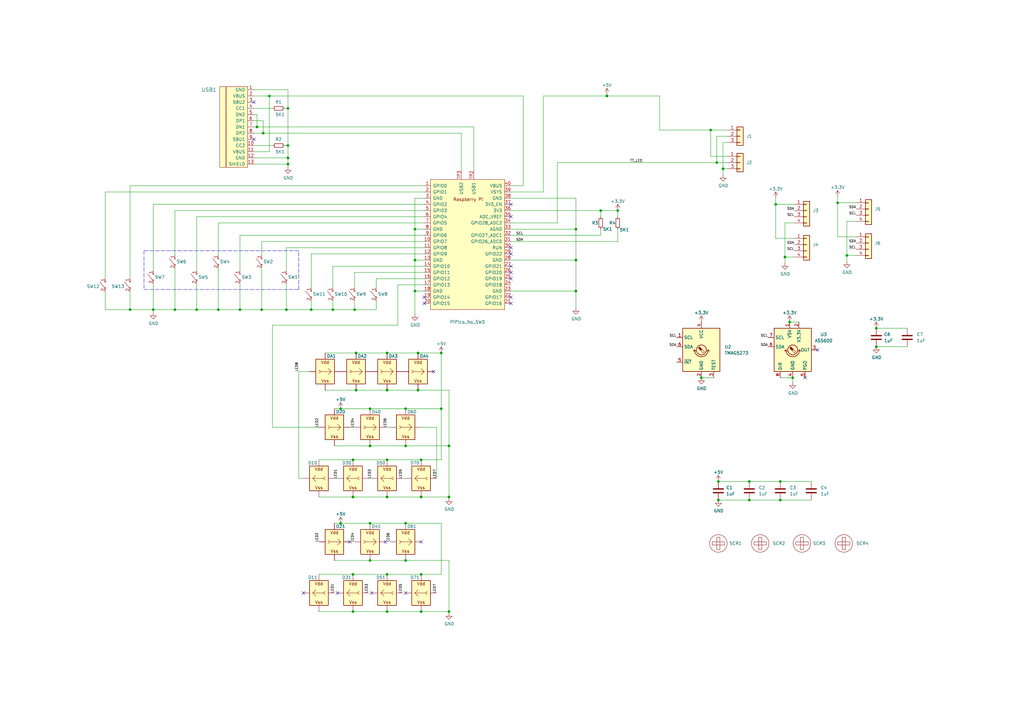
<source format=kicad_sch>
(kicad_sch (version 20231120) (generator "eeschema") (generator_version "8.0")
  (paper "A3")
  (lib_symbols
    (symbol "Connector_Generic:Conn_01x03" (pin_names (offset 1.016) hide)
      (property "Reference" "J" (at 0 5.08 0))
      (property "Value" "Conn_01x03" (at 0 -5.08 0))
      (symbol "Conn_01x03_1_1"
        (pin passive line (at -5.08 2.54 0) (length 3.81) (name "Pin_1") (number "1"))
        (pin passive line (at -5.08 0 0) (length 3.81) (name "Pin_2") (number "2"))
        (pin passive line (at -5.08 -2.54 0) (length 3.81) (name "Pin_3") (number "3"))
      )
    )
    (symbol "Connector_Generic:Conn_01x04" (pin_names (offset 1.016) hide)
      (property "Reference" "J" (at 0 5.08 0))
      (property "Value" "Conn_01x04" (at 0 -7.62 0))
      (symbol "Conn_01x04_1_1"
        (pin passive line (at -5.08 2.54 0) (length 3.81) (name "Pin_1") (number "1"))
        (pin passive line (at -5.08 0 0) (length 3.81) (name "Pin_2") (number "2"))
        (pin passive line (at -5.08 -2.54 0) (length 3.81) (name "Pin_3") (number "3"))
        (pin passive line (at -5.08 -5.08 0) (length 3.81) (name "Pin_4") (number "4"))
      )
    )
    (symbol "Device:C" (pin_numbers hide) (pin_names (offset 0.254))
      (property "Reference" "C" (at 0.635 2.54 0))
      (property "Value" "C" (at 0.635 -2.54 0))
      (symbol "C_1_1"
        (pin passive line (at 0 3.81 270) (length 2.794) (name "~") (number "1"))
        (pin passive line (at 0 -3.81 90) (length 2.794) (name "~") (number "2"))
      )
    )
    (symbol "Device:R_Small" (pin_numbers hide) (pin_names (offset 0.254) hide)
      (property "Reference" "R" (at 0.762 0.508 0))
      (property "Value" "R_Small" (at 0.762 -1.016 0))
      (symbol "R_Small_1_1"
        (pin passive line (at 0 2.54 270) (length 0.762) (name "~") (number "1"))
        (pin passive line (at 0 -2.54 90) (length 0.762) (name "~") (number "2"))
      )
    )
    (symbol "Type-C:HRO-TYPE-C-31-M-12" (pin_names (offset 1.016))
      (property "Reference" "USB" (at -5.08 16.51 0))
      (property "Value" "HRO-TYPE-C-31-M-12" (at -10.16 -1.27 90))
      (symbol "HRO-TYPE-C-31-M-12_1_1"
        (pin input line (at 2.54 13.97 180) (length 2.54) (name "GND") (number "1"))
        (pin input line (at 2.54 -8.89 180) (length 2.54) (name "CC2") (number "10"))
        (pin input line (at 2.54 -11.43 180) (length 2.54) (name "VBUS") (number "11"))
        (pin input line (at 2.54 -13.97 180) (length 2.54) (name "GND") (number "12"))
        (pin input line (at 2.54 -16.51 180) (length 2.54) (name "SHIELD") (number "13"))
        (pin input line (at 2.54 11.43 180) (length 2.54) (name "VBUS") (number "2"))
        (pin input line (at 2.54 8.89 180) (length 2.54) (name "SBU2") (number "3"))
        (pin input line (at 2.54 6.35 180) (length 2.54) (name "CC1") (number "4"))
        (pin input line (at 2.54 3.81 180) (length 2.54) (name "DN2") (number "5"))
        (pin input line (at 2.54 1.27 180) (length 2.54) (name "DP1") (number "6"))
        (pin input line (at 2.54 -1.27 180) (length 2.54) (name "DN1") (number "7"))
        (pin input line (at 2.54 -3.81 180) (length 2.54) (name "DP2") (number "8"))
        (pin input line (at 2.54 -6.35 180) (length 2.54) (name "SBU1") (number "9"))
      )
    )
    (symbol "WS2812B_Unified_10" (pin_numbers hide) (pin_names (offset 0.254) hide)
      (property "Reference" "D" (at 3.81 6.35 0))
      (property "Value" "WS2812B_Unified_10" (at 1.27 -5.715 0))
      (symbol "WS2812B_Unified_10_0_0"
        (text "Vdd" (at 0 3.81 0) (effects (font (size 1.27 1.27))))
        (text "Vss" (at 0 -3.81 0) (effects (font (size 1.27 1.27))))
      )
      (symbol "WS2812B_Unified_10_1_1"
        (pin power_in line (at 0 -7.62 90) (length 2.54) (name "VSS") (number "G"))
        (pin input line (at -6.35 0 0) (length 2.54) (name "In") (number "I"))
        (pin output line (at 6.35 0 180) (length 2.54) (name "Out") (number "O"))
        (pin power_in line (at 0 7.62 270) (length 2.54) (name "VDD") (number "V"))
      )
    )
    (symbol "WS2812B_Unified_2" (pin_numbers hide) (pin_names (offset 0.254) hide)
      (property "Reference" "D" (at 3.81 6.35 0))
      (property "Value" "WS2812B_Unified_2" (at 1.27 -5.715 0))
      (symbol "WS2812B_Unified_2_0_0"
        (text "Vdd" (at 0 3.81 0) (effects (font (size 1.27 1.27))))
        (text "Vss" (at 0 -3.81 0) (effects (font (size 1.27 1.27))))
      )
      (symbol "WS2812B_Unified_2_1_1"
        (pin power_in line (at 0 -7.62 90) (length 2.54) (name "VSS") (number "G"))
        (pin input line (at -6.35 0 0) (length 2.54) (name "In") (number "I"))
        (pin output line (at 6.35 0 180) (length 2.54) (name "Out") (number "O"))
        (pin power_in line (at 0 7.62 270) (length 2.54) (name "VDD") (number "V"))
      )
    )
    (symbol "WS2812B_Unified_3" (pin_numbers hide) (pin_names (offset 0.254) hide)
      (property "Reference" "D" (at 3.81 6.35 0))
      (property "Value" "WS2812B_Unified_3" (at 1.27 -5.715 0))
      (symbol "WS2812B_Unified_3_0_0"
        (text "Vdd" (at 0 3.81 0) (effects (font (size 1.27 1.27))))
        (text "Vss" (at 0 -3.81 0) (effects (font (size 1.27 1.27))))
      )
      (symbol "WS2812B_Unified_3_1_1"
        (pin power_in line (at 0 -7.62 90) (length 2.54) (name "VSS") (number "G"))
        (pin input line (at -6.35 0 0) (length 2.54) (name "In") (number "I"))
        (pin output line (at 6.35 0 180) (length 2.54) (name "Out") (number "O"))
        (pin power_in line (at 0 7.62 270) (length 2.54) (name "VDD") (number "V"))
      )
    )
    (symbol "WS2812B_Unified_4" (pin_numbers hide) (pin_names (offset 0.254) hide)
      (property "Reference" "D" (at 3.81 6.35 0))
      (property "Value" "WS2812B_Unified_4" (at 1.27 -5.715 0))
      (symbol "WS2812B_Unified_4_0_0"
        (text "Vdd" (at 0 3.81 0) (effects (font (size 1.27 1.27))))
        (text "Vss" (at 0 -3.81 0) (effects (font (size 1.27 1.27))))
      )
      (symbol "WS2812B_Unified_4_1_1"
        (pin power_in line (at 0 -7.62 90) (length 2.54) (name "VSS") (number "G"))
        (pin input line (at -6.35 0 0) (length 2.54) (name "In") (number "I"))
        (pin output line (at 6.35 0 180) (length 2.54) (name "Out") (number "O"))
        (pin power_in line (at 0 7.62 270) (length 2.54) (name "VDD") (number "V"))
      )
    )
    (symbol "WS2812B_Unified_5" (pin_numbers hide) (pin_names (offset 0.254) hide)
      (property "Reference" "D" (at 3.81 6.35 0))
      (property "Value" "WS2812B_Unified_5" (at 1.27 -5.715 0))
      (symbol "WS2812B_Unified_5_0_0"
        (text "Vdd" (at 0 3.81 0) (effects (font (size 1.27 1.27))))
        (text "Vss" (at 0 -3.81 0) (effects (font (size 1.27 1.27))))
      )
      (symbol "WS2812B_Unified_5_1_1"
        (pin power_in line (at 0 -7.62 90) (length 2.54) (name "VSS") (number "G"))
        (pin input line (at -6.35 0 0) (length 2.54) (name "In") (number "I"))
        (pin output line (at 6.35 0 180) (length 2.54) (name "Out") (number "O"))
        (pin power_in line (at 0 7.62 270) (length 2.54) (name "VDD") (number "V"))
      )
    )
    (symbol "WS2812B_Unified_6" (pin_numbers hide) (pin_names (offset 0.254) hide)
      (property "Reference" "D" (at 3.81 6.35 0))
      (property "Value" "WS2812B_Unified_6" (at 1.27 -5.715 0))
      (symbol "WS2812B_Unified_6_0_0"
        (text "Vdd" (at 0 3.81 0) (effects (font (size 1.27 1.27))))
        (text "Vss" (at 0 -3.81 0) (effects (font (size 1.27 1.27))))
      )
      (symbol "WS2812B_Unified_6_1_1"
        (pin power_in line (at 0 -7.62 90) (length 2.54) (name "VSS") (number "G"))
        (pin input line (at -6.35 0 0) (length 2.54) (name "In") (number "I"))
        (pin output line (at 6.35 0 180) (length 2.54) (name "Out") (number "O"))
        (pin power_in line (at 0 7.62 270) (length 2.54) (name "VDD") (number "V"))
      )
    )
    (symbol "WS2812B_Unified_7" (pin_numbers hide) (pin_names (offset 0.254) hide)
      (property "Reference" "D" (at 3.81 6.35 0))
      (property "Value" "WS2812B_Unified_7" (at 1.27 -5.715 0))
      (symbol "WS2812B_Unified_7_0_0"
        (text "Vdd" (at 0 3.81 0) (effects (font (size 1.27 1.27))))
        (text "Vss" (at 0 -3.81 0) (effects (font (size 1.27 1.27))))
      )
      (symbol "WS2812B_Unified_7_1_1"
        (pin power_in line (at 0 -7.62 90) (length 2.54) (name "VSS") (number "G"))
        (pin input line (at -6.35 0 0) (length 2.54) (name "In") (number "I"))
        (pin output line (at 6.35 0 180) (length 2.54) (name "Out") (number "O"))
        (pin power_in line (at 0 7.62 270) (length 2.54) (name "VDD") (number "V"))
      )
    )
    (symbol "WS2812B_Unified_8" (pin_numbers hide) (pin_names (offset 0.254) hide)
      (property "Reference" "D" (at 3.81 6.35 0))
      (property "Value" "WS2812B_Unified_8" (at 1.27 -5.715 0))
      (symbol "WS2812B_Unified_8_0_0"
        (text "Vdd" (at 0 3.81 0) (effects (font (size 1.27 1.27))))
        (text "Vss" (at 0 -3.81 0) (effects (font (size 1.27 1.27))))
      )
      (symbol "WS2812B_Unified_8_1_1"
        (pin power_in line (at 0 -7.62 90) (length 2.54) (name "VSS") (number "G"))
        (pin input line (at -6.35 0 0) (length 2.54) (name "In") (number "I"))
        (pin output line (at 6.35 0 180) (length 2.54) (name "Out") (number "O"))
        (pin power_in line (at 0 7.62 270) (length 2.54) (name "VDD") (number "V"))
      )
    )
    (symbol "WS2812B_Unified_9" (pin_numbers hide) (pin_names (offset 0.254) hide)
      (property "Reference" "D" (at 3.81 6.35 0))
      (property "Value" "WS2812B_Unified_9" (at 1.27 -5.715 0))
      (symbol "WS2812B_Unified_9_0_0"
        (text "Vdd" (at 0 3.81 0) (effects (font (size 1.27 1.27))))
        (text "Vss" (at 0 -3.81 0) (effects (font (size 1.27 1.27))))
      )
      (symbol "WS2812B_Unified_9_1_1"
        (pin power_in line (at 0 -7.62 90) (length 2.54) (name "VSS") (number "G"))
        (pin input line (at -6.35 0 0) (length 2.54) (name "In") (number "I"))
        (pin output line (at 6.35 0 180) (length 2.54) (name "Out") (number "O"))
        (pin power_in line (at 0 7.62 270) (length 2.54) (name "VDD") (number "V"))
      )
    )
    (symbol "agg:SWITCH_SPST" (pin_names (offset 0.0254) hide)
      (property "Reference" "SW" (at 0 3.81 0))
      (property "Value" "SWITCH_SPST" (at 0 -2.54 0))
      (symbol "SWITCH_SPST_1_1"
        (pin passive line (at 2.54 0 180) (length 1.016) (name "\"~{\"}") (number "1"))
        (pin passive line (at -2.54 0 0) (length 1.016) (name "\"~{\"}") (number "2"))
      )
    )
    (symbol "iidx_teeny:AS5600"
      (property "Reference" "U" (at 8.128 11.43 0))
      (property "Value" "AS5600" (at -2.54 11.43 0))
      (symbol "AS5600_1_1"
        (pin power_in line (at -1.27 11.43 270) (length 2.54) (name "V5V") (number "1"))
        (pin power_in line (at 2.54 11.43 270) (length 2.54) (name "V3.3V") (number "2"))
        (pin output line (at 10.16 0 180) (length 2.54) (name "OUT") (number "3"))
        (pin power_in line (at 0 -11.43 90) (length 2.54) (name "GND") (number "4"))
        (pin input line (at 5.08 -11.43 90) (length 2.54) (name "PGO") (number "5"))
        (pin tri_state line (at -10.16 1.27 0) (length 2.54) (name "SDA") (number "6"))
        (pin tri_state line (at -10.16 5.08 0) (length 2.54) (name "SCL") (number "7"))
        (pin input line (at -5.08 -11.43 90) (length 2.54) (name "DIR") (number "8"))
      )
    )
    (symbol "iidx_teeny:PiPico_No_SWD" (pin_names (offset 1.016))
      (property "Reference" "U" (at -13.97 27.94 0))
      (property "Value" "PiPico_No_SWD" (at 0.254 16.002 0))
      (symbol "PiPico_No_SWD_0_0"
        (text "Raspberry Pi" (at 0.254 18.542 0) (effects (font (size 1.27 1.27))))
      )
      (symbol "PiPico_No_SWD_1_1"
        (pin bidirectional line (at -17.78 24.13 0) (length 2.54) (name "GPIO0") (number "1"))
        (pin bidirectional line (at -17.78 1.27 0) (length 2.54) (name "GPIO7") (number "10"))
        (pin bidirectional line (at -17.78 -1.27 0) (length 2.54) (name "GPIO8") (number "11"))
        (pin bidirectional line (at -17.78 -3.81 0) (length 2.54) (name "GPIO9") (number "12"))
        (pin power_in line (at -17.78 -6.35 0) (length 2.54) (name "GND") (number "13"))
        (pin bidirectional line (at -17.78 -8.89 0) (length 2.54) (name "GPIO10") (number "14"))
        (pin bidirectional line (at -17.78 -11.43 0) (length 2.54) (name "GPIO11") (number "15"))
        (pin bidirectional line (at -17.78 -13.97 0) (length 2.54) (name "GPIO12") (number "16"))
        (pin bidirectional line (at -17.78 -16.51 0) (length 2.54) (name "GPIO13") (number "17"))
        (pin power_in line (at -17.78 -19.05 0) (length 2.54) (name "GND") (number "18"))
        (pin bidirectional line (at -17.78 -21.59 0) (length 2.54) (name "GPIO14") (number "19"))
        (pin bidirectional line (at -17.78 21.59 0) (length 2.54) (name "GPIO1") (number "2"))
        (pin bidirectional line (at -17.78 -24.13 0) (length 2.54) (name "GPIO15") (number "20"))
        (pin bidirectional line (at 17.78 -24.13 180) (length 2.54) (name "GPIO16") (number "21"))
        (pin bidirectional line (at 17.78 -21.59 180) (length 2.54) (name "GPIO17") (number "22"))
        (pin power_in line (at 17.78 -19.05 180) (length 2.54) (name "GND") (number "23"))
        (pin bidirectional line (at 17.78 -16.51 180) (length 2.54) (name "GPIO18") (number "24"))
        (pin bidirectional line (at 17.78 -13.97 180) (length 2.54) (name "GPIO19") (number "25"))
        (pin bidirectional line (at 17.78 -11.43 180) (length 2.54) (name "GPIO20") (number "26"))
        (pin bidirectional line (at 17.78 -8.89 180) (length 2.54) (name "GPIO21") (number "27"))
        (pin power_in line (at 17.78 -6.35 180) (length 2.54) (name "GND") (number "28"))
        (pin bidirectional line (at 17.78 -3.81 180) (length 2.54) (name "GPIO22") (number "29"))
        (pin power_in line (at -17.78 19.05 0) (length 2.54) (name "GND") (number "3"))
        (pin input line (at 17.78 -1.27 180) (length 2.54) (name "RUN") (number "30"))
        (pin bidirectional line (at 17.78 1.27 180) (length 2.54) (name "GPIO26_ADC0") (number "31"))
        (pin bidirectional line (at 17.78 3.81 180) (length 2.54) (name "GPIO27_ADC1") (number "32"))
        (pin power_in line (at 17.78 6.35 180) (length 2.54) (name "AGND") (number "33"))
        (pin bidirectional line (at 17.78 8.89 180) (length 2.54) (name "GPIO28_ADC2") (number "34"))
        (pin unspecified line (at 17.78 11.43 180) (length 2.54) (name "ADC_VREF") (number "35"))
        (pin unspecified line (at 17.78 13.97 180) (length 2.54) (name "3V3") (number "36"))
        (pin input line (at 17.78 16.51 180) (length 2.54) (name "3V3_EN") (number "37"))
        (pin bidirectional line (at 17.78 19.05 180) (length 2.54) (name "GND") (number "38"))
        (pin unspecified line (at 17.78 21.59 180) (length 2.54) (name "VSYS") (number "39"))
        (pin bidirectional line (at -17.78 16.51 0) (length 2.54) (name "GPIO2") (number "4"))
        (pin unspecified line (at 17.78 24.13 180) (length 2.54) (name "VBUS") (number "40"))
        (pin bidirectional line (at -17.78 13.97 0) (length 2.54) (name "GPIO3") (number "5"))
        (pin bidirectional line (at -17.78 11.43 0) (length 2.54) (name "GPIO4") (number "6"))
        (pin bidirectional line (at -17.78 8.89 0) (length 2.54) (name "GPIO5") (number "7"))
        (pin power_in line (at -17.78 6.35 0) (length 2.54) (name "GND") (number "8"))
        (pin bidirectional line (at -17.78 3.81 0) (length 2.54) (name "GPIO6") (number "9"))
        (pin bidirectional line (at 2.54 30.48 270) (length 3.81) (name "USB1") (number "TP2"))
        (pin bidirectional line (at -2.54 30.48 270) (length 3.81) (name "USB2") (number "TP3"))
      )
    )
    (symbol "iidx_teeny:ScrewHole" (pin_names (offset 0) hide)
      (property "Reference" "SCR?" (at 0.635 -5.715 0))
    )
    (symbol "iidx_teeny:TMAG5273"
      (property "Reference" "U" (at 8.128 11.43 0))
      (property "Value" "TMAG5273" (at -2.54 11.43 0))
      (symbol "TMAG5273_1_1"
        (pin tri_state line (at -10.16 5.08 0) (length 2.54) (name "SCL") (number "1"))
        (pin power_in line (at 0 -11.43 90) (length 2.54) (name "GND") (number "2"))
        (pin passive line (at 5.08 -11.43 90) (length 2.54) (name "TEST") (number "3"))
        (pin power_in line (at 0 11.43 270) (length 2.54) (name "VCC") (number "4"))
        (pin tri_state line (at -10.16 -5.08 0) (length 2.54) (name "~{INT}") (number "5"))
        (pin tri_state line (at -10.16 1.27 0) (length 2.54) (name "SDA") (number "6"))
      )
    )
    (symbol "iidx_teeny:WS2812B_Unified" (pin_numbers hide) (pin_names (offset 0.254) hide)
      (property "Reference" "D" (at 3.81 6.35 0))
      (property "Value" "WS2812B_Unified" (at 1.27 -5.715 0))
      (symbol "WS2812B_Unified_0_0"
        (text "Vdd" (at 0 3.81 0) (effects (font (size 1.27 1.27))))
        (text "Vss" (at 0 -3.81 0) (effects (font (size 1.27 1.27))))
      )
      (symbol "WS2812B_Unified_1_1"
        (pin power_in line (at 0 -7.62 90) (length 2.54) (name "VSS") (number "G"))
        (pin input line (at -6.35 0 0) (length 2.54) (name "In") (number "I"))
        (pin output line (at 6.35 0 180) (length 2.54) (name "Out") (number "O"))
        (pin power_in line (at 0 7.62 270) (length 2.54) (name "VDD") (number "V"))
      )
    )
    (symbol "power:+3.3V" (power) (pin_names (offset 0))
      (property "Value" "+3.3V" (at 0 3.556 0))
      (symbol "+3.3V_1_1"
        (pin power_in line (at 0 0 90) (length 0) hide (name "+3.3V") (number "1"))
      )
    )
    (symbol "power:+5V" (power) (pin_names (offset 0))
      (property "Value" "+5V" (at 0 3.556 0))
      (symbol "+5V_1_1"
        (pin power_in line (at 0 0 90) (length 0) hide (name "+5V") (number "1"))
      )
    )
    (symbol "power:GND" (power) (pin_names (offset 0))
      (property "Value" "GND" (at 0 -3.81 0))
      (symbol "GND_1_1"
        (pin power_in line (at 0 0 270) (length 0) hide (name "GND") (number "1"))
      )
    )
  )
  (junction (at 253.365 86.36))
  (junction (at 347.345 104.775))
  (junction (at 287.655 154.94))
  (junction (at 127.635 127))
  (junction (at 107.95 54.61))
  (junction (at 296.545 69.215))
  (junction (at 158.75 250.825))
  (junction (at 323.85 132.08))
  (junction (at 166.37 229.87))
  (junction (at 98.425 127))
  (junction (at 184.15 203.835))
  (junction (at 146.05 160.02))
  (junction (at 118.11 67.31))
  (junction (at 151.765 214.63))
  (junction (at 151.765 167.64))
  (junction (at 321.945 105.41))
  (junction (at 291.465 53.34))
  (junction (at 172.72 203.835))
  (junction (at 158.75 188.595))
  (junction (at 320.04 197.485))
  (junction (at 71.755 127))
  (junction (at 166.37 214.63))
  (junction (at 294.64 205.105))
  (junction (at 184.15 250.825))
  (junction (at 158.75 144.78))
  (junction (at 180.975 144.78))
  (junction (at 107.315 127))
  (junction (at 139.7 167.64))
  (junction (at 320.04 205.105))
  (junction (at 359.41 142.24))
  (junction (at 158.75 160.02))
  (junction (at 62.865 127))
  (junction (at 170.18 119.38))
  (junction (at 110.49 39.37))
  (junction (at 117.475 127))
  (junction (at 172.72 250.825))
  (junction (at 248.92 39.37))
  (junction (at 144.78 188.595))
  (junction (at 118.11 64.77))
  (junction (at 144.78 203.835))
  (junction (at 53.34 127))
  (junction (at 145.415 127))
  (junction (at 294.64 197.485))
  (junction (at 166.37 167.64))
  (junction (at 151.765 182.88))
  (junction (at 172.72 235.585))
  (junction (at 307.34 197.485))
  (junction (at 89.535 127))
  (junction (at 166.37 182.88))
  (junction (at 151.765 229.87))
  (junction (at 318.135 83.82))
  (junction (at 343.535 83.185))
  (junction (at 80.645 127))
  (junction (at 158.75 235.585))
  (junction (at 118.11 59.69))
  (junction (at 170.18 106.68))
  (junction (at 144.78 250.825))
  (junction (at 118.11 44.45))
  (junction (at 359.41 134.62))
  (junction (at 136.525 127))
  (junction (at 246.38 86.36))
  (junction (at 158.75 203.835))
  (junction (at 180.975 167.64))
  (junction (at 307.34 205.105))
  (junction (at 139.7 214.63))
  (junction (at 170.18 93.98))
  (junction (at 172.72 188.595))
  (junction (at 146.05 144.78))
  (junction (at 325.12 154.94))
  (junction (at 171.45 144.78))
  (junction (at 236.22 106.68))
  (junction (at 236.22 93.98))
  (junction (at 144.78 235.585))
  (junction (at 184.15 182.88))
  (junction (at 105.41 52.07))
  (junction (at 171.45 160.02))
  (junction (at 236.22 119.38))
  (junction (at 294.005 66.675))
  (no_connect (at 177.8 152.4))
  (no_connect (at 143.51 222.25))
  (no_connect (at 330.2 154.94))
  (no_connect (at 104.14 41.91))
  (no_connect (at 104.14 57.15))
  (no_connect (at 209.55 101.6))
  (no_connect (at 209.55 104.14))
  (no_connect (at 209.55 109.22))
  (no_connect (at 209.55 111.76))
  (no_connect (at 209.55 114.3))
  (no_connect (at 209.55 83.82))
  (no_connect (at 209.55 88.9))
  (no_connect (at 173.99 121.92))
  (no_connect (at 158.115 222.25))
  (no_connect (at 152.4 243.205))
  (no_connect (at 124.46 243.205))
  (no_connect (at 173.99 124.46))
  (no_connect (at 172.72 222.25))
  (no_connect (at 335.28 143.51))
  (no_connect (at 209.55 121.92))
  (no_connect (at 166.37 243.205))
  (no_connect (at 138.43 243.205))
  (no_connect (at 209.55 124.46))
  (wire (pts (xy 122.555 152.4) (xy 127 152.4)))
  (wire (pts (xy 347.345 107.315) (xy 347.345 104.775)))
  (wire (pts (xy 122.555 196.215) (xy 124.46 196.215)))
  (polyline (pts (xy 59.055 102.87) (xy 59.055 118.745)) (stroke (width 0) (type dash)))
  (wire (pts (xy 184.15 250.825) (xy 184.15 251.46)))
  (wire (pts (xy 118.11 36.83) (xy 118.11 44.45)))
  (wire (pts (xy 98.425 127) (xy 89.535 127)))
  (wire (pts (xy 291.465 64.135) (xy 298.45 64.135)))
  (wire (pts (xy 209.55 86.36) (xy 246.38 86.36)))
  (wire (pts (xy 170.18 81.28) (xy 170.18 93.98)))
  (wire (pts (xy 146.05 144.78) (xy 158.75 144.78)))
  (wire (pts (xy 133.35 160.02) (xy 146.05 160.02)))
  (wire (pts (xy 151.765 182.88) (xy 166.37 182.88)))
  (wire (pts (xy 143.51 175.26) (xy 145.415 175.26)))
  (wire (pts (xy 130.81 235.585) (xy 144.78 235.585)))
  (wire (pts (xy 209.55 119.38) (xy 236.22 119.38)))
  (wire (pts (xy 173.99 91.44) (xy 89.535 91.44)))
  (wire (pts (xy 111.76 133.35) (xy 163.195 133.35)))
  (wire (pts (xy 98.425 116.205) (xy 98.425 127)))
  (wire (pts (xy 107.315 109.855) (xy 107.315 127)))
  (wire (pts (xy 151.765 229.87) (xy 166.37 229.87)))
  (wire (pts (xy 180.975 144.78) (xy 180.975 167.64)))
  (wire (pts (xy 53.34 119.38) (xy 53.34 127)))
  (wire (pts (xy 104.14 52.07) (xy 105.41 52.07)))
  (wire (pts (xy 209.55 78.74) (xy 222.885 78.74)))
  (wire (pts (xy 110.49 62.23) (xy 110.49 39.37)))
  (wire (pts (xy 298.45 58.42) (xy 296.545 58.42)))
  (wire (pts (xy 236.22 81.28) (xy 236.22 93.98)))
  (wire (pts (xy 179.07 175.26) (xy 179.07 196.215)))
  (polyline (pts (xy 122.555 102.87) (xy 59.055 102.87)) (stroke (width 0) (type dash)))
  (wire (pts (xy 172.72 250.825) (xy 184.15 250.825)))
  (wire (pts (xy 351.155 90.805) (xy 347.345 90.805)))
  (wire (pts (xy 180.975 167.64) (xy 180.975 188.595)))
  (wire (pts (xy 117.475 116.205) (xy 117.475 127)))
  (wire (pts (xy 173.99 96.52) (xy 98.425 96.52)))
  (wire (pts (xy 98.425 96.52) (xy 98.425 111.125)))
  (wire (pts (xy 172.72 235.585) (xy 180.975 235.585)))
  (wire (pts (xy 270.51 53.34) (xy 291.465 53.34)))
  (wire (pts (xy 318.135 81.28) (xy 318.135 83.82)))
  (wire (pts (xy 166.37 182.88) (xy 184.15 182.88)))
  (wire (pts (xy 146.05 160.02) (xy 158.75 160.02)))
  (wire (pts (xy 189.23 54.61) (xy 107.95 54.61)))
  (wire (pts (xy 318.135 97.79) (xy 325.755 97.79)))
  (wire (pts (xy 158.75 203.835) (xy 172.72 203.835)))
  (wire (pts (xy 144.78 203.835) (xy 158.75 203.835)))
  (wire (pts (xy 173.99 99.06) (xy 107.315 99.06)))
  (wire (pts (xy 228.6 66.675) (xy 294.005 66.675)))
  (wire (pts (xy 209.55 96.52) (xy 246.38 96.52)))
  (wire (pts (xy 160.02 175.26) (xy 158.115 175.26)))
  (wire (pts (xy 291.465 53.34) (xy 298.45 53.34)))
  (wire (pts (xy 228.6 91.44) (xy 209.55 91.44)))
  (wire (pts (xy 325.755 83.82) (xy 318.135 83.82)))
  (wire (pts (xy 171.45 160.02) (xy 184.15 160.02)))
  (polyline (pts (xy 59.055 118.745) (xy 122.555 118.745)) (stroke (width 0) (type dash)))
  (wire (pts (xy 166.37 167.64) (xy 180.975 167.64)))
  (wire (pts (xy 173.99 109.22) (xy 136.525 109.22)))
  (wire (pts (xy 296.545 69.215) (xy 298.45 69.215)))
  (wire (pts (xy 347.345 90.805) (xy 347.345 104.775)))
  (wire (pts (xy 170.18 93.98) (xy 170.18 106.68)))
  (wire (pts (xy 307.34 197.485) (xy 320.04 197.485)))
  (wire (pts (xy 62.865 83.82) (xy 62.865 111.125)))
  (wire (pts (xy 236.22 119.38) (xy 236.22 126.365)))
  (wire (pts (xy 173.99 78.74) (xy 43.18 78.74)))
  (wire (pts (xy 144.78 250.825) (xy 158.75 250.825)))
  (wire (pts (xy 158.75 235.585) (xy 172.72 235.585)))
  (wire (pts (xy 171.45 144.78) (xy 180.975 144.78)))
  (wire (pts (xy 154.305 114.3) (xy 154.305 118.11)))
  (wire (pts (xy 62.865 116.205) (xy 62.865 127)))
  (wire (pts (xy 351.155 83.185) (xy 343.535 83.185)))
  (wire (pts (xy 127.635 123.19) (xy 127.635 127)))
  (wire (pts (xy 105.41 46.99) (xy 105.41 52.07)))
  (wire (pts (xy 194.31 52.07) (xy 105.41 52.07)))
  (wire (pts (xy 222.885 78.74) (xy 222.885 39.37)))
  (wire (pts (xy 71.755 127) (xy 62.865 127)))
  (wire (pts (xy 107.315 99.06) (xy 107.315 104.775)))
  (wire (pts (xy 184.15 203.835) (xy 184.15 204.47)))
  (wire (pts (xy 347.345 104.775) (xy 351.155 104.775)))
  (wire (pts (xy 248.92 39.37) (xy 270.51 39.37)))
  (wire (pts (xy 144.78 235.585) (xy 158.75 235.585)))
  (wire (pts (xy 320.04 205.105) (xy 332.74 205.105)))
  (wire (pts (xy 246.38 86.36) (xy 253.365 86.36)))
  (wire (pts (xy 172.72 175.26) (xy 179.07 175.26)))
  (wire (pts (xy 104.14 64.77) (xy 118.11 64.77)))
  (wire (pts (xy 107.95 49.53) (xy 107.95 54.61)))
  (wire (pts (xy 359.41 142.24) (xy 372.11 142.24)))
  (wire (pts (xy 43.18 119.38) (xy 43.18 127)))
  (wire (pts (xy 253.365 86.36) (xy 253.365 88.9)))
  (wire (pts (xy 180.975 214.63) (xy 180.975 235.585)))
  (wire (pts (xy 111.76 133.35) (xy 111.76 175.26)))
  (wire (pts (xy 144.78 188.595) (xy 158.75 188.595)))
  (wire (pts (xy 296.545 71.755) (xy 296.545 69.215)))
  (wire (pts (xy 151.765 214.63) (xy 166.37 214.63)))
  (wire (pts (xy 71.755 109.855) (xy 71.755 127)))
  (wire (pts (xy 136.525 127) (xy 127.635 127)))
  (wire (pts (xy 136.525 109.22) (xy 136.525 118.11)))
  (wire (pts (xy 173.99 88.9) (xy 80.645 88.9)))
  (wire (pts (xy 166.37 214.63) (xy 180.975 214.63)))
  (wire (pts (xy 117.475 127) (xy 107.315 127)))
  (wire (pts (xy 43.18 127) (xy 53.34 127)))
  (wire (pts (xy 173.99 83.82) (xy 62.865 83.82)))
  (wire (pts (xy 166.37 229.87) (xy 184.15 229.87)))
  (wire (pts (xy 287.655 154.94) (xy 292.735 154.94)))
  (wire (pts (xy 184.15 182.88) (xy 184.15 203.835)))
  (wire (pts (xy 320.04 154.94) (xy 325.12 154.94)))
  (wire (pts (xy 323.85 132.08) (xy 327.66 132.08)))
  (wire (pts (xy 139.7 167.64) (xy 151.765 167.64)))
  (wire (pts (xy 325.755 91.44) (xy 321.945 91.44)))
  (wire (pts (xy 246.38 86.36) (xy 246.38 88.9)))
  (wire (pts (xy 130.81 188.595) (xy 144.78 188.595)))
  (wire (pts (xy 104.14 62.23) (xy 110.49 62.23)))
  (wire (pts (xy 110.49 39.37) (xy 214.63 39.37)))
  (wire (pts (xy 194.31 69.85) (xy 194.31 52.07)))
  (wire (pts (xy 117.475 101.6) (xy 117.475 111.125)))
  (wire (pts (xy 145.415 123.19) (xy 145.415 127)))
  (wire (pts (xy 104.14 54.61) (xy 107.95 54.61)))
  (wire (pts (xy 321.945 107.95) (xy 321.945 105.41)))
  (wire (pts (xy 158.75 144.78) (xy 171.45 144.78)))
  (wire (pts (xy 173.99 104.14) (xy 127.635 104.14)))
  (wire (pts (xy 158.75 160.02) (xy 171.45 160.02)))
  (wire (pts (xy 228.6 66.675) (xy 228.6 91.44)))
  (wire (pts (xy 173.99 86.36) (xy 71.755 86.36)))
  (polyline (pts (xy 122.555 118.745) (xy 122.555 102.87)) (stroke (width 0) (type dash)))
  (wire (pts (xy 151.765 167.64) (xy 166.37 167.64)))
  (wire (pts (xy 104.14 59.69) (xy 111.76 59.69)))
  (wire (pts (xy 80.645 88.9) (xy 80.645 111.125)))
  (wire (pts (xy 318.135 83.82) (xy 318.135 97.79)))
  (wire (pts (xy 296.545 58.42) (xy 296.545 69.215)))
  (wire (pts (xy 170.18 106.68) (xy 170.18 119.38)))
  (wire (pts (xy 294.005 55.88) (xy 298.45 55.88)))
  (wire (pts (xy 172.72 203.835) (xy 184.15 203.835)))
  (wire (pts (xy 104.14 44.45) (xy 111.76 44.45)))
  (wire (pts (xy 137.16 229.87) (xy 151.765 229.87)))
  (wire (pts (xy 118.11 59.69) (xy 116.84 59.69)))
  (wire (pts (xy 62.865 127) (xy 62.865 128.27)))
  (wire (pts (xy 222.885 39.37) (xy 248.92 39.37)))
  (wire (pts (xy 184.15 160.02) (xy 184.15 182.88)))
  (wire (pts (xy 89.535 127) (xy 80.645 127)))
  (wire (pts (xy 104.14 67.31) (xy 118.11 67.31)))
  (wire (pts (xy 111.76 175.26) (xy 130.81 175.26)))
  (wire (pts (xy 104.14 36.83) (xy 118.11 36.83)))
  (wire (pts (xy 104.14 39.37) (xy 110.49 39.37)))
  (wire (pts (xy 320.04 197.485) (xy 332.74 197.485)))
  (wire (pts (xy 173.99 111.76) (xy 145.415 111.76)))
  (wire (pts (xy 343.535 83.185) (xy 343.535 97.155)))
  (wire (pts (xy 122.555 152.4) (xy 122.555 196.215)))
  (wire (pts (xy 189.23 69.85) (xy 189.23 54.61)))
  (wire (pts (xy 107.315 127) (xy 98.425 127)))
  (wire (pts (xy 173.99 81.28) (xy 170.18 81.28)))
  (wire (pts (xy 170.18 119.38) (xy 173.99 119.38)))
  (wire (pts (xy 236.22 106.68) (xy 236.22 119.38)))
  (wire (pts (xy 137.16 196.215) (xy 138.43 196.215)))
  (wire (pts (xy 127.635 104.14) (xy 127.635 118.11)))
  (wire (pts (xy 130.81 250.825) (xy 144.78 250.825)))
  (wire (pts (xy 158.75 188.595) (xy 172.72 188.595)))
  (wire (pts (xy 71.755 86.36) (xy 71.755 104.775)))
  (wire (pts (xy 321.945 105.41) (xy 325.755 105.41)))
  (wire (pts (xy 166.37 196.215) (xy 165.1 196.215)))
  (wire (pts (xy 53.34 76.2) (xy 53.34 114.3)))
  (wire (pts (xy 246.38 93.98) (xy 246.38 96.52)))
  (wire (pts (xy 294.005 55.88) (xy 294.005 66.675)))
  (wire (pts (xy 80.645 127) (xy 71.755 127)))
  (wire (pts (xy 89.535 91.44) (xy 89.535 104.775)))
  (wire (pts (xy 209.55 81.28) (xy 236.22 81.28)))
  (wire (pts (xy 154.305 127) (xy 145.415 127)))
  (wire (pts (xy 294.005 66.675) (xy 298.45 66.675)))
  (wire (pts (xy 137.16 167.64) (xy 139.7 167.64)))
  (wire (pts (xy 173.99 114.3) (xy 154.305 114.3)))
  (wire (pts (xy 253.365 93.98) (xy 253.365 99.06)))
  (wire (pts (xy 209.55 106.68) (xy 236.22 106.68)))
  (wire (pts (xy 118.11 44.45) (xy 118.11 59.69)))
  (wire (pts (xy 343.535 97.155) (xy 351.155 97.155)))
  (wire (pts (xy 236.22 93.98) (xy 236.22 106.68)))
  (wire (pts (xy 118.11 67.31) (xy 118.11 68.58)))
  (wire (pts (xy 136.525 123.19) (xy 136.525 127)))
  (wire (pts (xy 118.11 64.77) (xy 118.11 67.31)))
  (wire (pts (xy 307.34 205.105) (xy 320.04 205.105)))
  (wire (pts (xy 145.415 111.76) (xy 145.415 118.11)))
  (wire (pts (xy 173.99 101.6) (xy 117.475 101.6)))
  (wire (pts (xy 53.34 127) (xy 62.865 127)))
  (wire (pts (xy 294.64 205.105) (xy 307.34 205.105)))
  (wire (pts (xy 291.465 53.34) (xy 291.465 64.135)))
  (wire (pts (xy 137.16 214.63) (xy 139.7 214.63)))
  (wire (pts (xy 209.55 93.98) (xy 236.22 93.98)))
  (wire (pts (xy 172.72 188.595) (xy 180.975 188.595)))
  (wire (pts (xy 209.55 99.06) (xy 253.365 99.06)))
  (wire (pts (xy 163.195 116.84) (xy 163.195 133.35)))
  (wire (pts (xy 248.92 39.37) (xy 248.92 38.735)))
  (wire (pts (xy 137.16 182.88) (xy 151.765 182.88)))
  (wire (pts (xy 321.945 91.44) (xy 321.945 105.41)))
  (wire (pts (xy 104.14 49.53) (xy 107.95 49.53)))
  (wire (pts (xy 118.11 59.69) (xy 118.11 64.77)))
  (wire (pts (xy 43.18 78.74) (xy 43.18 114.3)))
  (wire (pts (xy 89.535 109.855) (xy 89.535 127)))
  (wire (pts (xy 173.99 116.84) (xy 163.195 116.84)))
  (wire (pts (xy 154.305 123.19) (xy 154.305 127)))
  (wire (pts (xy 104.14 46.99) (xy 105.41 46.99)))
  (wire (pts (xy 170.18 93.98) (xy 173.99 93.98)))
  (wire (pts (xy 133.35 144.78) (xy 146.05 144.78)))
  (wire (pts (xy 359.41 134.62) (xy 372.11 134.62)))
  (wire (pts (xy 118.11 44.45) (xy 116.84 44.45)))
  (wire (pts (xy 158.75 250.825) (xy 172.72 250.825)))
  (wire (pts (xy 209.55 76.2) (xy 214.63 76.2)))
  (wire (pts (xy 151.13 196.215) (xy 152.4 196.215)))
  (wire (pts (xy 173.99 76.2) (xy 53.34 76.2)))
  (wire (pts (xy 214.63 39.37) (xy 214.63 76.2)))
  (wire (pts (xy 170.18 119.38) (xy 170.18 128.905)))
  (wire (pts (xy 184.15 229.87) (xy 184.15 250.825)))
  (wire (pts (xy 127.635 127) (xy 117.475 127)))
  (wire (pts (xy 343.535 80.645) (xy 343.535 83.185)))
  (wire (pts (xy 170.18 106.68) (xy 173.99 106.68)))
  (wire (pts (xy 270.51 39.37) (xy 270.51 53.34)))
  (wire (pts (xy 294.64 197.485) (xy 307.34 197.485)))
  (wire (pts (xy 145.415 127) (xy 136.525 127)))
  (wire (pts (xy 130.81 203.835) (xy 144.78 203.835)))
  (wire (pts (xy 325.12 156.845) (xy 325.12 154.94)))
  (wire (pts (xy 139.7 214.63) (xy 151.765 214.63)))
  (wire (pts (xy 80.645 116.205) (xy 80.645 127)))
  (label "LED6" (at 158.75 175.26 90) (effects (font (size 1 1))))
  (label "SDA" (at 325.755 100.33 180) (effects (font (size 1 1))))
  (label "LED1" (at 138.43 196.215 90) (effects (font (size 1 1))))
  (label "LED2" (at 130.81 222.25 90) (effects (font (size 1 1))))
  (label "LED4" (at 145.415 175.26 90) (effects (font (size 1 1))))
  (label "LED2" (at 130.81 175.26 90) (effects (font (size 1 1))))
  (label "SCL" (at 277.495 138.43 180) (effects (font (size 1 1))))
  (label "SDA" (at 351.155 99.695 180) (effects (font (size 1 1))))
  (label "SDA" (at 314.96 142.24 180) (effects (font (size 1 1))))
  (label "LED6" (at 160.02 222.25 90) (effects (font (size 1 1))))
  (label "SCL" (at 214.63 96.52 180) (effects (font (size 1 1))))
  (label "LED8" (at 122.555 152.4 90) (effects (font (size 1 1))))
  (label "LED7" (at 179.07 196.215 90) (effects (font (size 1 1))))
  (label "LED4" (at 145.415 222.25 90) (effects (font (size 1 1))))
  (label "SCL" (at 351.155 102.235 180) (effects (font (size 1 1))))
  (label "SDA" (at 214.63 99.06 180) (effects (font (size 1 1))))
  (label "TT_LED" (at 263.525 66.675 180) (effects (font (size 1 1))))
  (label "SCL" (at 314.96 138.43 180) (effects (font (size 1 1))))
  (label "LED5" (at 165.1 243.205 90) (effects (font (size 1 1))))
  (label "LED3" (at 152.4 196.215 90) (effects (font (size 1 1))))
  (label "LED3" (at 151.13 243.205 90) (effects (font (size 1 1))))
  (label "SCL" (at 325.755 88.9 180) (effects (font (size 1 1))))
  (label "LED1" (at 137.16 243.205 90) (effects (font (size 1 1))))
  (label "SDA" (at 351.155 85.725 180) (effects (font (size 1 1))))
  (label "SDA" (at 325.755 86.36 180) (effects (font (size 1 1))))
  (label "LED5" (at 165.1 196.215 90) (effects (font (size 1 1))))
  (label "LED7" (at 179.07 243.205 90) (effects (font (size 1 1))))
  (label "SCL" (at 351.155 88.265 180) (effects (font (size 1 1))))
  (label "SCL" (at 325.755 102.87 180) (effects (font (size 1 1))))
  (label "SDA" (at 277.495 142.24 180) (effects (font (size 1 1))))
  (symbol (lib_id "Type-C:HRO-TYPE-C-31-M-12") (at 101.6 50.8 0) (unit 1)
    (property "Reference" "USB1" (at 82.55 36.83 0) (effects (font (size 1.524 1.524)) (justify left)))
    (property "Value" "U262-161N-4BVC11" (effects (hide yes)))
    (property "Footprint" "Type-C:HRO-TYPE-C-31-M-12-Assembly" (effects (hide yes)))
    (property "LCSC" "C319148" (effects (hide yes)))
  )
  (symbol (lib_id "power:GND") (at 118.11 68.58 0) (unit 1)
    (property "Reference" "#PWR0112" (effects (hide yes)))
    (property "Value" "GND" (at 118.237 72.9742 0))
  )
  (symbol (lib_id "power:+5V") (at 248.92 38.735 0) (unit 1)
    (property "Reference" "#PWR0114" (effects (hide yes)))
    (property "Value" "+5V" (at 248.92 34.925 0))
  )
  (symbol (lib_id "Device:R_Small") (at 114.3 59.69 90) (unit 1)
    (property "Reference" "R2" (at 115.57 57.15 90) (effects (justify left)))
    (property "Value" "5K1" (at 116.84 62.23 90) (effects (justify left)))
    (property "Footprint" "Resistor_SMD:R_0603_1608Metric_Pad0.98x0.95mm_HandSolder" (effects (hide yes)))
    (property "LCSC" "C23186" (effects (hide yes)))
  )
  (symbol (lib_id "Device:R_Small") (at 114.3 44.45 90) (unit 1)
    (property "Reference" "R1" (at 115.57 41.91 90) (effects (justify left)))
    (property "Value" "5K1" (at 116.84 46.99 90) (effects (justify left)))
    (property "Footprint" "Resistor_SMD:R_0603_1608Metric_Pad0.98x0.95mm_HandSolder" (effects (hide yes)))
    (property "LCSC" "C23186" (effects (hide yes)))
  )
  (symbol (lib_id "power:GND") (at 359.41 142.24 0) (unit 1)
    (property "Reference" "#PWR06" (effects (hide yes)))
    (property "Value" "GND" (at 359.537 146.6342 0))
  )
  (symbol (lib_id "power:+3.3V") (at 359.41 134.62 0) (unit 1)
    (property "Reference" "#PWR05" (effects (hide yes)))
    (property "Value" "+3.3V" (at 359.41 130.81 0))
  )
  (symbol (lib_name "WS2812B_Unified_3") (lib_id "iidx_teeny:WS2812B_Unified") (at 137.16 222.25 0) (unit 1)
    (property "Reference" "D21" (at 139.7 215.9 0))
    (property "Value" "WS2812B_Unified" (effects (hide yes)))
    (property "Footprint" "iidx_teeny:WS2812B-2835" (effects (hide yes)))
  )
  (symbol (lib_id "power:+3.3V") (at 287.655 132.08 0) (unit 1)
    (property "Reference" "#PWR01" (effects (hide yes)))
    (property "Value" "+3.3V" (at 287.655 128.27 0))
  )
  (symbol (lib_id "power:+3.3V") (at 253.365 86.36 0) (unit 1)
    (property "Reference" "#PWR011" (effects (hide yes)))
    (property "Value" "+3.3V" (at 253.365 82.55 0))
  )
  (symbol (lib_id "agg:SWITCH_SPST") (at 107.315 107.315 90) (unit 1)
    (property "Reference" "SW2" (at 107.95 107.315 90) (effects (justify right)))
    (property "Value" "SWITCH_SPST" (effects (hide yes)))
    (property "Footprint" "iidx_teeny:SW_Kailh_Choc_V1V2_1.00u_LED" (effects (hide yes)))
  )
  (symbol (lib_id "Device:C") (at 294.64 201.295 0) (unit 1)
    (property "Reference" "C1" (at 297.815 200.0249 0) (effects (justify left)))
    (property "Value" "1uF" (at 297.815 202.5649 0) (effects (justify left)))
    (property "Footprint" "Capacitor_SMD:C_0603_1608Metric_Pad1.08x0.95mm_HandSolder" (effects (hide yes)))
  )
  (symbol (lib_id "Device:C") (at 332.74 201.295 0) (unit 1)
    (property "Reference" "C4" (at 336.55 200.0249 0) (effects (justify left)))
    (property "Value" "1uF" (at 336.55 202.5649 0) (effects (justify left)))
    (property "Footprint" "Capacitor_SMD:C_0603_1608Metric_Pad1.08x0.95mm_HandSolder" (effects (hide yes)))
  )
  (symbol (lib_name "WS2812B_Unified_7") (lib_id "iidx_teeny:WS2812B_Unified") (at 146.05 152.4 0) (unit 1)
    (property "Reference" "DA2" (at 148.59 146.05 0))
    (property "Value" "WS2812B_Unified" (effects (hide yes)))
    (property "Footprint" "iidx_teeny:WS2812B-2835" (effects (hide yes)))
  )
  (symbol (lib_id "power:+5V") (at 139.7 214.63 0) (unit 1)
    (property "Reference" "#PWR0107" (effects (hide yes)))
    (property "Value" "+5V" (at 139.7 210.82 0))
  )
  (symbol (lib_name "WS2812B_Unified_3") (lib_id "iidx_teeny:WS2812B_Unified") (at 137.16 175.26 0) (unit 1)
    (property "Reference" "D20" (at 139.7 168.91 0))
    (property "Value" "WS2812B_Unified" (effects (hide yes)))
    (property "Footprint" "iidx_teeny:WS2812B-2835" (effects (hide yes)))
  )
  (symbol (lib_name "WS2812B_Unified_8") (lib_id "iidx_teeny:WS2812B_Unified") (at 133.35 152.4 0) (unit 1)
    (property "Reference" "DA1" (at 135.89 146.05 0))
    (property "Value" "WS2812B_Unified" (effects (hide yes)))
    (property "Footprint" "iidx_teeny:WS2812B-2835" (effects (hide yes)))
  )
  (symbol (lib_id "power:+5V") (at 294.64 197.485 0) (unit 1)
    (property "Reference" "#PWR0113" (effects (hide yes)))
    (property "Value" "+5V" (at 294.64 193.675 0))
  )
  (symbol (lib_id "power:GND") (at 294.64 205.105 0) (unit 1)
    (property "Reference" "#PWR0116" (effects (hide yes)))
    (property "Value" "GND" (at 294.767 209.4992 0))
  )
  (symbol (lib_id "iidx_teeny:AS5600") (at 325.12 143.51 0) (unit 1)
    (property "Reference" "U3" (at 337.82 137.1914 0))
    (property "Value" "AS5600" (at 337.82 139.7314 0))
    (property "Footprint" "Package_SO:SOIC-8_3.9x4.9mm_P1.27mm" (effects (hide yes)))
    (property "Datasheet" "https://www.ti.com/lit/ds/symlink/tmag5170-q1.pdf" (effects (hide yes)))
    (property "Description" "Magnetic 3-axis linear sensor, 12-bit, I2C, SOT23-6" (effects (hide yes)))
  )
  (symbol (lib_id "power:GND") (at 236.22 126.365 0) (unit 1)
    (property "Reference" "#PWR0103" (effects (hide yes)))
    (property "Value" "GND" (at 236.347 130.7592 0))
  )
  (symbol (lib_id "Connector_Generic:Conn_01x04") (at 330.835 86.36 0) (unit 1)
    (property "Reference" "J3" (at 333.375 86.3599 0) (effects (justify left)))
    (property "Value" "Spin" (effects (hide yes)))
    (property "Footprint" "iidx_teeny:SH1.0_4P_Solder_Combo" (effects (hide yes)))
    (property "Description" "Generic connector, single row, 01x04, script generated (kicad-library-utils/schlib/autogen/connector/)" (effects (hide yes)))
  )
  (symbol (lib_name "WS2812B_Unified_6") (lib_id "iidx_teeny:WS2812B_Unified") (at 130.81 196.215 0) (mirror y) (unit 1)
    (property "Reference" "D10" (at 128.27 189.865 0))
    (property "Value" "WS2812B_Unified" (effects (hide yes)))
    (property "Footprint" "iidx_teeny:WS2812B-2835" (effects (hide yes)))
  )
  (symbol (lib_id "Device:R_Small") (at 246.38 91.44 0) (unit 1)
    (property "Reference" "R3" (at 242.697 91.44 0) (effects (justify left)))
    (property "Value" "5K1" (at 247.269 93.98 0) (effects (justify left)))
    (property "Footprint" "Resistor_SMD:R_0603_1608Metric_Pad0.98x0.95mm_HandSolder" (effects (hide yes)))
    (property "LCSC" "C23186" (effects (hide yes)))
  )
  (symbol (lib_id "Device:C") (at 320.04 201.295 0) (unit 1)
    (property "Reference" "C3" (at 323.85 200.0249 0) (effects (justify left)))
    (property "Value" "1uF" (at 323.85 202.5649 0) (effects (justify left)))
    (property "Footprint" "Capacitor_SMD:C_0603_1608Metric_Pad1.08x0.95mm_HandSolder" (effects (hide yes)))
  )
  (symbol (lib_id "power:+5V") (at 139.7 167.64 0) (unit 1)
    (property "Reference" "#PWR0115" (effects (hide yes)))
    (property "Value" "+5V" (at 139.7 163.83 0))
  )
  (symbol (lib_id "iidx_teeny:ScrewHole") (at 311.785 222.885 0) (unit 1)
    (property "Reference" "SCR2" (at 316.865 222.8849 0) (effects (justify left)))
    (property "Value" "ScrewHole" (effects (hide yes)))
    (property "Footprint" "iidx_teeny:MountingHole_3.2mm_M3" (effects (hide yes)))
  )
  (symbol (lib_name "WS2812B_Unified_2") (lib_id "iidx_teeny:WS2812B_Unified") (at 151.765 222.25 0) (unit 1)
    (property "Reference" "D41" (at 154.305 215.9 0))
    (property "Value" "WS2812B_Unified" (effects (hide yes)))
    (property "Footprint" "iidx_teeny:WS2812B-2835" (effects (hide yes)))
  )
  (symbol (lib_id "power:+3.3V") (at 318.135 81.28 0) (unit 1)
    (property "Reference" "#PWR07" (effects (hide yes)))
    (property "Value" "+3.3V" (at 318.135 77.47 0))
  )
  (symbol (lib_id "power:GND") (at 347.345 107.315 0) (unit 1)
    (property "Reference" "#PWR010" (effects (hide yes)))
    (property "Value" "GND" (at 347.472 111.7092 0))
  )
  (symbol (lib_id "agg:SWITCH_SPST") (at 80.645 113.665 90) (unit 1)
    (property "Reference" "SW5" (at 81.28 113.665 90) (effects (justify right)))
    (property "Value" "SWITCH_SPST" (effects (hide yes)))
    (property "Footprint" "iidx_teeny:SW_Kailh_Choc_V1V2_1.00u_LED" (effects (hide yes)))
  )
  (symbol (lib_id "iidx_teeny:WS2812B_Unified") (at 158.75 152.4 0) (unit 1)
    (property "Reference" "DA3" (at 161.29 146.05 0))
    (property "Value" "WS2812B_Unified" (effects (hide yes)))
    (property "Footprint" "iidx_teeny:WS2812B-2835" (effects (hide yes)))
  )
  (symbol (lib_name "WS2812B_Unified_5") (lib_id "iidx_teeny:WS2812B_Unified") (at 158.75 243.205 0) (mirror y) (unit 1)
    (property "Reference" "D51" (at 156.21 236.855 0))
    (property "Value" "WS2812B_Unified" (effects (hide yes)))
    (property "Footprint" "iidx_teeny:WS2812B-2835" (effects (hide yes)))
  )
  (symbol (lib_id "Connector_Generic:Conn_01x03") (at 303.53 66.675 0) (unit 1)
    (property "Reference" "J2" (at 306.07 66.6749 0) (effects (justify left)))
    (property "Value" "RGB" (effects (hide yes)))
    (property "Footprint" "iidx_teeny:SH1.0_3P_Solder_Combo" (effects (hide yes)))
    (property "Description" "Generic connector, single row, 01x03, script generated (kicad-library-utils/schlib/autogen/connector/)" (effects (hide yes)))
  )
  (symbol (lib_id "Device:C") (at 307.34 201.295 0) (unit 1)
    (property "Reference" "C2" (at 311.15 200.0249 0) (effects (justify left)))
    (property "Value" "1uF" (at 311.15 202.5649 0) (effects (justify left)))
    (property "Footprint" "Capacitor_SMD:C_0603_1608Metric_Pad1.08x0.95mm_HandSolder" (effects (hide yes)))
  )
  (symbol (lib_id "power:GND") (at 321.945 107.95 0) (unit 1)
    (property "Reference" "#PWR08" (effects (hide yes)))
    (property "Value" "GND" (at 322.072 112.3442 0))
  )
  (symbol (lib_name "WS2812B_Unified_9") (lib_id "iidx_teeny:WS2812B_Unified") (at 166.37 175.26 0) (unit 1)
    (property "Reference" "D60" (at 168.91 168.91 0))
    (property "Value" "WS2812B_Unified" (effects (hide yes)))
    (property "Footprint" "iidx_teeny:WS2812B-2835" (effects (hide yes)))
  )
  (symbol (lib_id "agg:SWITCH_SPST") (at 154.305 120.65 90) (unit 1)
    (property "Reference" "SW8" (at 154.94 120.65 90) (effects (justify right)))
    (property "Value" "SWITCH_SPST" (effects (hide yes)))
    (property "Footprint" "iidx_teeny:EVQP1K05M" (effects (hide yes)))
  )
  (symbol (lib_id "agg:SWITCH_SPST") (at 43.18 116.84 90) (unit 1)
    (property "Reference" "SW12" (at 35.56 117.475 90) (effects (justify right)))
    (property "Value" "SWITCH_SPST" (effects (hide yes)))
    (property "Footprint" "iidx_teeny:EVQP1K05M" (effects (hide yes)))
  )
  (symbol (lib_id "Device:R_Small") (at 253.365 91.44 0) (unit 1)
    (property "Reference" "R4" (at 249.809 91.44 0) (effects (justify left)))
    (property "Value" "5K1" (at 254.127 94.234 0) (effects (justify left)))
    (property "Footprint" "Resistor_SMD:R_0603_1608Metric_Pad0.98x0.95mm_HandSolder" (effects (hide yes)))
    (property "LCSC" "C23186" (effects (hide yes)))
  )
  (symbol (lib_name "WS2812B_Unified_9") (lib_id "iidx_teeny:WS2812B_Unified") (at 166.37 222.25 0) (unit 1)
    (property "Reference" "D61" (at 168.91 215.9 0))
    (property "Value" "WS2812B_Unified" (effects (hide yes)))
    (property "Footprint" "iidx_teeny:WS2812B-2835" (effects (hide yes)))
  )
  (symbol (lib_id "Connector_Generic:Conn_01x04") (at 356.235 99.695 0) (unit 1)
    (property "Reference" "J6" (at 358.775 99.6949 0) (effects (justify left)))
    (property "Value" "Spin" (effects (hide yes)))
    (property "Footprint" "iidx_teeny:P2.0_4P_Solder" (effects (hide yes)))
    (property "Description" "Generic connector, single row, 01x04, script generated (kicad-library-utils/schlib/autogen/connector/)" (effects (hide yes)))
  )
  (symbol (lib_id "power:+3.3V") (at 343.535 80.645 0) (unit 1)
    (property "Reference" "#PWR09" (effects (hide yes)))
    (property "Value" "+3.3V" (at 343.535 76.835 0))
  )
  (symbol (lib_id "power:GND") (at 184.15 251.46 0) (unit 1)
    (property "Reference" "#PWR0108" (effects (hide yes)))
    (property "Value" "GND" (at 184.277 255.8542 0))
  )
  (symbol (lib_id "agg:SWITCH_SPST") (at 145.415 120.65 90) (unit 1)
    (property "Reference" "SW9" (at 146.05 120.65 90) (effects (justify right)))
    (property "Value" "SWITCH_SPST" (effects (hide yes)))
    (property "Footprint" "iidx_teeny:EVQP1K05M" (effects (hide yes)))
  )
  (symbol (lib_name "WS2812B_Unified_5") (lib_id "iidx_teeny:WS2812B_Unified") (at 158.75 196.215 0) (mirror y) (unit 1)
    (property "Reference" "D50" (at 156.21 189.865 0))
    (property "Value" "WS2812B_Unified" (effects (hide yes)))
    (property "Footprint" "iidx_teeny:WS2812B-2835" (effects (hide yes)))
  )
  (symbol (lib_id "Connector_Generic:Conn_01x04") (at 356.235 85.725 0) (unit 1)
    (property "Reference" "J5" (at 358.775 85.7249 0) (effects (justify left)))
    (property "Value" "Spin" (effects (hide yes)))
    (property "Footprint" "iidx_teeny:P2.0_4P_Solder" (effects (hide yes)))
    (property "Description" "Generic connector, single row, 01x04, script generated (kicad-library-utils/schlib/autogen/connector/)" (effects (hide yes)))
  )
  (symbol (lib_id "power:GND") (at 184.15 204.47 0) (unit 1)
    (property "Reference" "#PWR0104" (effects (hide yes)))
    (property "Value" "GND" (at 184.277 208.8642 0))
  )
  (symbol (lib_name "WS2812B_Unified_10") (lib_id "iidx_teeny:WS2812B_Unified") (at 172.72 243.205 0) (mirror y) (unit 1)
    (property "Reference" "D71" (at 170.18 236.855 0))
    (property "Value" "WS2812B_Unified" (effects (hide yes)))
    (property "Footprint" "iidx_teeny:WS2812B-2835" (effects (hide yes)))
  )
  (symbol (lib_name "WS2812B_Unified_4") (lib_id "iidx_teeny:WS2812B_Unified") (at 144.78 196.215 0) (mirror y) (unit 1)
    (property "Reference" "D30" (at 142.24 189.865 0))
    (property "Value" "WS2812B_Unified" (effects (hide yes)))
    (property "Footprint" "iidx_teeny:WS2812B-2835" (effects (hide yes)))
  )
  (symbol (lib_id "iidx_teeny:WS2812B_Unified") (at 171.45 152.4 0) (unit 1)
    (property "Reference" "DA4" (at 173.99 146.05 0))
    (property "Value" "WS2812B_Unified" (effects (hide yes)))
    (property "Footprint" "iidx_teeny:WS2812B-2835" (effects (hide yes)))
  )
  (symbol (lib_id "agg:SWITCH_SPST") (at 136.525 120.65 90) (unit 1)
    (property "Reference" "SW10" (at 137.16 120.65 90) (effects (justify right)))
    (property "Value" "SWITCH_SPST" (effects (hide yes)))
    (property "Footprint" "iidx_teeny:EVQP1K05M" (effects (hide yes)))
  )
  (symbol (lib_id "Connector_Generic:Conn_01x03") (at 303.53 55.88 0) (unit 1)
    (property "Reference" "J1" (at 306.07 55.8799 0) (effects (justify left)))
    (property "Value" "RGB" (effects (hide yes)))
    (property "Footprint" "iidx_teeny:SH1.0_3P_Solder_Combo" (effects (hide yes)))
    (property "Description" "Generic connector, single row, 01x03, script generated (kicad-library-utils/schlib/autogen/connector/)" (effects (hide yes)))
  )
  (symbol (lib_id "Device:C") (at 359.41 138.43 0) (unit 1)
    (property "Reference" "C6" (at 362.585 137.1599 0) (effects (justify left)))
    (property "Value" "1uF" (at 362.585 139.6999 0) (effects (justify left)))
    (property "Footprint" "Capacitor_SMD:C_0603_1608Metric_Pad1.08x0.95mm_HandSolder" (effects (hide yes)))
  )
  (symbol (lib_id "power:+5V") (at 180.975 144.78 0) (unit 1)
    (property "Reference" "#PWR0102" (effects (hide yes)))
    (property "Value" "+5V" (at 180.975 140.97 0))
  )
  (symbol (lib_id "power:GND") (at 325.12 156.845 0) (unit 1)
    (property "Reference" "#PWR04" (effects (hide yes)))
    (property "Value" "GND" (at 325.247 161.2392 0))
  )
  (symbol (lib_id "power:GND") (at 296.545 71.755 0) (unit 1)
    (property "Reference" "#PWR012" (effects (hide yes)))
    (property "Value" "GND" (at 296.672 76.1492 0))
  )
  (symbol (lib_id "agg:SWITCH_SPST") (at 89.535 107.315 90) (unit 1)
    (property "Reference" "SW4" (at 90.17 107.315 90) (effects (justify right)))
    (property "Value" "SWITCH_SPST" (effects (hide yes)))
    (property "Footprint" "iidx_teeny:SW_Kailh_Choc_V1V2_1.00u_LED" (effects (hide yes)))
  )
  (symbol (lib_id "power:+3.3V") (at 323.85 132.08 0) (unit 1)
    (property "Reference" "#PWR03" (effects (hide yes)))
    (property "Value" "+3.3V" (at 323.85 128.27 0))
  )
  (symbol (lib_name "WS2812B_Unified_4") (lib_id "iidx_teeny:WS2812B_Unified") (at 144.78 243.205 0) (mirror y) (unit 1)
    (property "Reference" "D31" (at 142.24 236.855 0))
    (property "Value" "WS2812B_Unified" (effects (hide yes)))
    (property "Footprint" "iidx_teeny:WS2812B-2835" (effects (hide yes)))
  )
  (symbol (lib_id "iidx_teeny:PiPico_No_SWD") (at 191.77 100.33 0) (unit 1)
    (property "Reference" "U1" (effects (hide yes)))
    (property "Value" "PiPico_No_SWD" (at 191.77 132.08 0))
    (property "Footprint" "iidx_teeny:RPi_Pico_SMD_Pins_No_SWD_No_Text" (effects (hide yes)))
  )
  (symbol (lib_id "iidx_teeny:ScrewHole") (at 346.075 222.885 0) (unit 1)
    (property "Reference" "SCR4" (at 351.155 222.8849 0) (effects (justify left)))
    (property "Value" "ScrewHole" (effects (hide yes)))
    (property "Footprint" "iidx_teeny:MountingHole_3.2mm_M3" (effects (hide yes)))
  )
  (symbol (lib_id "power:GND") (at 62.865 128.27 0) (unit 1)
    (property "Reference" "#PWR0101" (effects (hide yes)))
    (property "Value" "GND" (at 62.992 132.6642 0))
  )
  (symbol (lib_id "power:GND") (at 287.655 154.94 0) (unit 1)
    (property "Reference" "#PWR02" (effects (hide yes)))
    (property "Value" "GND" (at 287.782 159.3342 0))
  )
  (symbol (lib_id "iidx_teeny:TMAG5273") (at 287.655 143.51 0) (unit 1)
    (property "Reference" "U2" (at 297.18 142.2399 0) (effects (justify left)))
    (property "Value" "TMAG5273" (at 297.18 144.7799 0) (effects (justify left)))
    (property "Footprint" "Package_TO_SOT_SMD:TSOT-23-6_HandSoldering" (effects (hide yes)))
    (property "Datasheet" "https://www.ti.com/lit/ds/symlink/tmag5170-q1.pdf" (effects (hide yes)))
    (property "Description" "Magnetic 3-axis linear sensor, 12-bit, I2C, SOT23-6" (effects (hide yes)))
  )
  (symbol (lib_name "WS2812B_Unified_6") (lib_id "iidx_teeny:WS2812B_Unified") (at 130.81 243.205 0) (mirror y) (unit 1)
    (property "Reference" "D11" (at 128.27 236.855 0))
    (property "Value" "WS2812B_Unified" (effects (hide yes)))
    (property "Footprint" "iidx_teeny:WS2812B-2835" (effects (hide yes)))
  )
  (symbol (lib_name "WS2812B_Unified_10") (lib_id "iidx_teeny:WS2812B_Unified") (at 172.72 196.215 0) (mirror y) (unit 1)
    (property "Reference" "D70" (at 170.18 189.865 0))
    (property "Value" "WS2812B_Unified" (effects (hide yes)))
    (property "Footprint" "iidx_teeny:WS2812B-2835" (effects (hide yes)))
  )
  (symbol (lib_id "iidx_teeny:ScrewHole") (at 294.64 222.885 0) (unit 1)
    (property "Reference" "SCR1" (at 299.085 222.8849 0) (effects (justify left)))
    (property "Value" "ScrewHole" (effects (hide yes)))
    (property "Footprint" "iidx_teeny:MountingHole_3.2mm_M3" (effects (hide yes)))
  )
  (symbol (lib_id "Device:C") (at 372.11 138.43 0) (unit 1)
    (property "Reference" "C7" (at 375.92 137.1599 0) (effects (justify left)))
    (property "Value" "1uF" (at 375.92 139.6999 0) (effects (justify left)))
    (property "Footprint" "Capacitor_SMD:C_0603_1608Metric_Pad1.08x0.95mm_HandSolder" (effects (hide yes)))
  )
  (symbol (lib_id "agg:SWITCH_SPST") (at 117.475 113.665 90) (unit 1)
    (property "Reference" "SW1" (at 118.11 113.665 90) (effects (justify right)))
    (property "Value" "SWITCH_SPST" (effects (hide yes)))
    (property "Footprint" "iidx_teeny:SW_Kailh_Choc_V1V2_1.00u_LED" (effects (hide yes)))
  )
  (symbol (lib_id "iidx_teeny:ScrewHole") (at 328.93 222.885 0) (unit 1)
    (property "Reference" "SCR3" (at 333.375 222.8849 0) (effects (justify left)))
    (property "Value" "ScrewHole" (effects (hide yes)))
    (property "Footprint" "iidx_teeny:MountingHole_3.2mm_M3" (effects (hide yes)))
  )
  (symbol (lib_id "agg:SWITCH_SPST") (at 62.865 113.665 90) (unit 1)
    (property "Reference" "SW7" (at 63.5 113.665 90) (effects (justify right)))
    (property "Value" "SWITCH_SPST" (effects (hide yes)))
    (property "Footprint" "iidx_teeny:SW_Kailh_Choc_V1V2_1.00u_LED" (effects (hide yes)))
  )
  (symbol (lib_id "agg:SWITCH_SPST") (at 127.635 120.65 90) (unit 1)
    (property "Reference" "SW11" (at 128.27 120.65 90) (effects (justify right)))
    (property "Value" "SWITCH_SPST" (effects (hide yes)))
    (property "Footprint" "iidx_teeny:EVQP1K05M" (effects (hide yes)))
  )
  (symbol (lib_id "Connector_Generic:Conn_01x04") (at 330.835 100.33 0) (unit 1)
    (property "Reference" "J4" (at 333.375 100.3299 0) (effects (justify left)))
    (property "Value" "Spin" (effects (hide yes)))
    (property "Footprint" "iidx_teeny:SH1.0_4P_Solder_Combo" (effects (hide yes)))
    (property "Description" "Generic connector, single row, 01x04, script generated (kicad-library-utils/schlib/autogen/connector/)" (effects (hide yes)))
  )
  (symbol (lib_id "agg:SWITCH_SPST") (at 53.34 116.84 90) (unit 1)
    (property "Reference" "SW13" (at 45.72 117.475 90) (effects (justify right)))
    (property "Value" "SWITCH_SPST" (effects (hide yes)))
    (property "Footprint" "iidx_teeny:EVQP1K05M" (effects (hide yes)))
  )
  (symbol (lib_name "WS2812B_Unified_2") (lib_id "iidx_teeny:WS2812B_Unified") (at 151.765 175.26 0) (unit 1)
    (property "Reference" "D40" (at 154.305 168.91 0))
    (property "Value" "WS2812B_Unified" (effects (hide yes)))
    (property "Footprint" "iidx_teeny:WS2812B-2835" (effects (hide yes)))
  )
  (symbol (lib_id "agg:SWITCH_SPST") (at 98.425 113.665 90) (unit 1)
    (property "Reference" "SW3" (at 99.06 113.665 90) (effects (justify right)))
    (property "Value" "SWITCH_SPST" (effects (hide yes)))
    (property "Footprint" "iidx_teeny:SW_Kailh_Choc_V1V2_1.00u_LED" (effects (hide yes)))
  )
  (symbol (lib_id "power:GND") (at 170.18 128.905 0) (unit 1)
    (property "Reference" "#PWR0111" (effects (hide yes)))
    (property "Value" "GND" (at 170.307 133.2992 0))
  )
  (symbol (lib_id "agg:SWITCH_SPST") (at 71.755 107.315 90) (unit 1)
    (property "Reference" "SW6" (at 72.39 107.315 90) (effects (justify right)))
    (property "Value" "SWITCH_SPST" (effects (hide yes)))
    (property "Footprint" "iidx_teeny:SW_Kailh_Choc_V1V2_1.00u_LED" (effects (hide yes)))
  )
)
</source>
